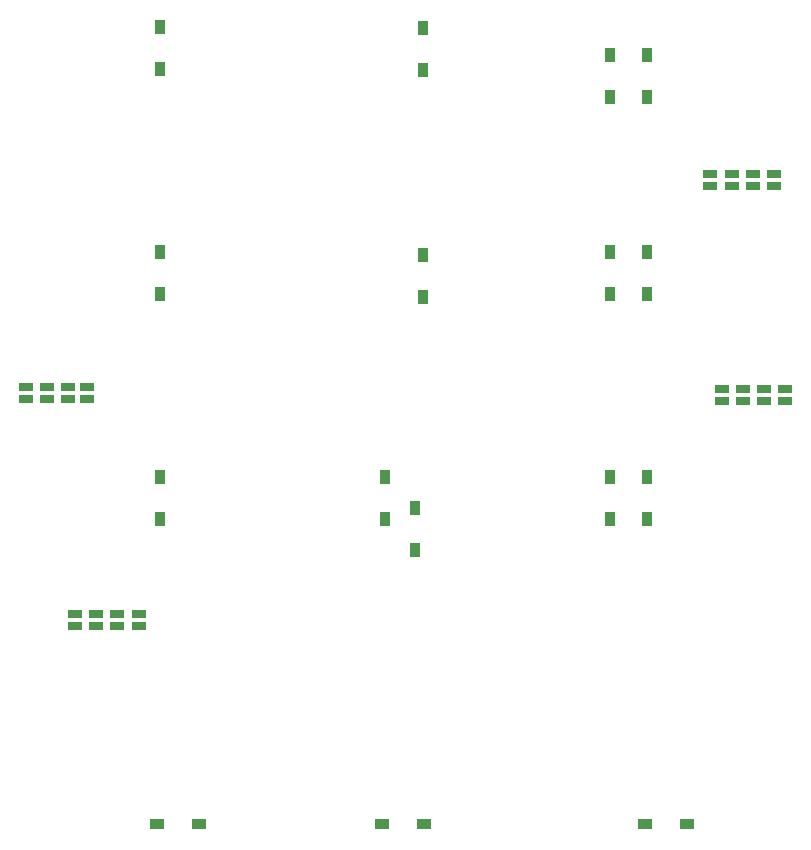
<source format=gbp>
G04 #@! TF.GenerationSoftware,KiCad,Pcbnew,5.1.4+dfsg1-1*
G04 #@! TF.CreationDate,2020-03-28T17:09:33+01:00*
G04 #@! TF.ProjectId,roni4x4ortho,726f6e69-3478-4346-9f72-74686f2e6b69,rev?*
G04 #@! TF.SameCoordinates,Original*
G04 #@! TF.FileFunction,Paste,Bot*
G04 #@! TF.FilePolarity,Positive*
%FSLAX46Y46*%
G04 Gerber Fmt 4.6, Leading zero omitted, Abs format (unit mm)*
G04 Created by KiCad (PCBNEW 5.1.4+dfsg1-1) date 2020-03-28 17:09:33*
%MOMM*%
%LPD*%
G04 APERTURE LIST*
%ADD10R,1.143000X0.635000*%
%ADD11R,0.950000X1.300000*%
%ADD12R,1.300000X0.950000*%
G04 APERTURE END LIST*
D10*
X82748646Y-51102070D03*
X82748646Y-50101310D03*
X81161142Y-50101310D03*
X81161142Y-51102070D03*
X79375200Y-51102070D03*
X79375200Y-50101310D03*
X77589258Y-50101310D03*
X77589258Y-51102070D03*
X87114282Y-70350556D03*
X87114282Y-69349796D03*
X85328340Y-69349796D03*
X85328340Y-70350556D03*
X83542398Y-70350556D03*
X83542398Y-69349796D03*
X81756456Y-69349796D03*
X81756456Y-70350556D03*
X140890980Y-33044212D03*
X140890980Y-32043452D03*
X139105038Y-32043452D03*
X139105038Y-33044212D03*
X137319096Y-32043452D03*
X137319096Y-33044212D03*
X135533154Y-33044212D03*
X135533154Y-32043452D03*
X136525344Y-50299748D03*
X136525344Y-51300508D03*
X138311286Y-50299748D03*
X138311286Y-51300508D03*
X140097228Y-51300508D03*
X140097228Y-50299748D03*
X141883170Y-50299748D03*
X141883170Y-51300508D03*
D11*
X88894400Y-23204900D03*
X88894400Y-19654900D03*
X88894400Y-42253700D03*
X88894400Y-38703700D03*
X88894400Y-61302500D03*
X88894400Y-57752500D03*
D12*
X88712728Y-87114282D03*
X92262728Y-87114282D03*
D11*
X111170750Y-19705450D03*
X111170750Y-23255450D03*
X111170750Y-38966300D03*
X111170750Y-42516300D03*
X107943200Y-57752500D03*
X107943200Y-61302500D03*
D12*
X111312776Y-87114282D03*
X107762776Y-87114282D03*
D11*
X126992000Y-25586150D03*
X126992000Y-22036150D03*
X126992000Y-42253700D03*
X126992000Y-38703700D03*
X126992000Y-61302500D03*
X126992000Y-57752500D03*
X110529966Y-63886094D03*
X110529966Y-60336094D03*
X130166800Y-22036150D03*
X130166800Y-25586150D03*
X130166800Y-38703700D03*
X130166800Y-42253700D03*
X130166800Y-57752500D03*
X130166800Y-61302500D03*
D12*
X133537832Y-87114282D03*
X129987832Y-87114282D03*
M02*

</source>
